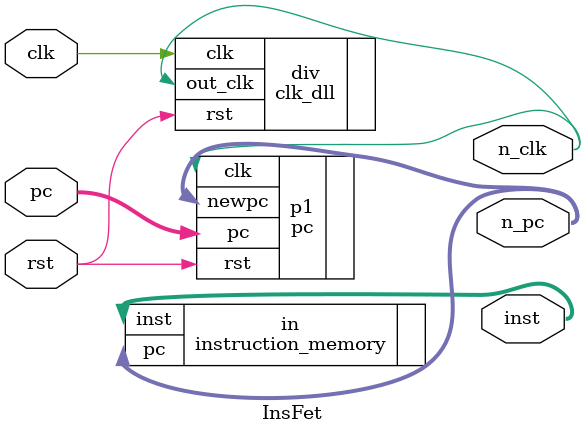
<source format=v>
module InsFet(clk, rst, n_clk, pc, n_pc, inst);
input clk, rst;
input [31:0] pc;
output wire n_clk;
output wire [31:0] n_pc, inst;

clk_dll div(.rst(rst), .clk(clk), .out_clk(n_clk));

pc p1(.rst(rst), .clk(n_clk), .pc(pc), .newpc(n_pc));

instruction_memory in(.pc(n_pc), .inst(inst));

endmodule

</source>
